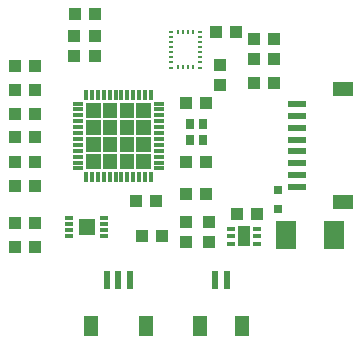
<source format=gbr>
G04 EAGLE Gerber RS-274X export*
G75*
%MOMM*%
%FSLAX34Y34*%
%LPD*%
%INSolderpaste Top*%
%IPPOS*%
%AMOC8*
5,1,8,0,0,1.08239X$1,22.5*%
G01*
%ADD10R,1.100000X1.000000*%
%ADD11R,1.000000X1.100000*%
%ADD12R,0.350000X0.230000*%
%ADD13R,0.230000X0.350000*%
%ADD14R,0.812800X0.304800*%
%ADD15R,0.304800X0.812800*%
%ADD16R,0.750000X0.850000*%
%ADD17R,1.000000X1.800000*%
%ADD18R,0.800000X0.400000*%
%ADD19R,1.360000X1.460000*%
%ADD20R,0.750000X0.300000*%
%ADD21R,0.600000X1.550000*%
%ADD22R,1.200000X1.800000*%
%ADD23R,1.800000X2.400000*%
%ADD24R,0.800000X0.800000*%
%ADD25R,1.550000X0.600000*%
%ADD26R,1.800000X1.200000*%

G36*
X101778Y189099D02*
X101778Y189099D01*
X101780Y189098D01*
X101823Y189118D01*
X101867Y189136D01*
X101867Y189138D01*
X101869Y189139D01*
X101902Y189224D01*
X101902Y201448D01*
X101901Y201450D01*
X101902Y201452D01*
X101882Y201495D01*
X101864Y201539D01*
X101862Y201539D01*
X101861Y201541D01*
X101776Y201574D01*
X89552Y201574D01*
X89550Y201573D01*
X89548Y201574D01*
X89505Y201554D01*
X89461Y201536D01*
X89461Y201534D01*
X89459Y201533D01*
X89426Y201448D01*
X89426Y189224D01*
X89427Y189222D01*
X89426Y189220D01*
X89446Y189177D01*
X89464Y189133D01*
X89466Y189133D01*
X89467Y189131D01*
X89552Y189098D01*
X101776Y189098D01*
X101778Y189099D01*
G37*
G36*
X144450Y189099D02*
X144450Y189099D01*
X144452Y189098D01*
X144495Y189118D01*
X144539Y189136D01*
X144539Y189138D01*
X144541Y189139D01*
X144574Y189224D01*
X144574Y201448D01*
X144573Y201450D01*
X144574Y201452D01*
X144554Y201495D01*
X144536Y201539D01*
X144534Y201539D01*
X144533Y201541D01*
X144448Y201574D01*
X132224Y201574D01*
X132222Y201573D01*
X132220Y201574D01*
X132177Y201554D01*
X132133Y201536D01*
X132133Y201534D01*
X132131Y201533D01*
X132098Y201448D01*
X132098Y189224D01*
X132099Y189222D01*
X132098Y189220D01*
X132118Y189177D01*
X132136Y189133D01*
X132138Y189133D01*
X132139Y189131D01*
X132224Y189098D01*
X144448Y189098D01*
X144450Y189099D01*
G37*
G36*
X130226Y189099D02*
X130226Y189099D01*
X130228Y189098D01*
X130271Y189118D01*
X130315Y189136D01*
X130315Y189138D01*
X130317Y189139D01*
X130350Y189224D01*
X130350Y201448D01*
X130349Y201450D01*
X130350Y201452D01*
X130330Y201495D01*
X130312Y201539D01*
X130310Y201539D01*
X130309Y201541D01*
X130224Y201574D01*
X118000Y201574D01*
X117998Y201573D01*
X117996Y201574D01*
X117953Y201554D01*
X117909Y201536D01*
X117909Y201534D01*
X117907Y201533D01*
X117874Y201448D01*
X117874Y189224D01*
X117875Y189222D01*
X117874Y189220D01*
X117894Y189177D01*
X117912Y189133D01*
X117914Y189133D01*
X117915Y189131D01*
X118000Y189098D01*
X130224Y189098D01*
X130226Y189099D01*
G37*
G36*
X116002Y189099D02*
X116002Y189099D01*
X116004Y189098D01*
X116047Y189118D01*
X116091Y189136D01*
X116091Y189138D01*
X116093Y189139D01*
X116126Y189224D01*
X116126Y201448D01*
X116125Y201450D01*
X116126Y201452D01*
X116106Y201495D01*
X116088Y201539D01*
X116086Y201539D01*
X116085Y201541D01*
X116000Y201574D01*
X103776Y201574D01*
X103774Y201573D01*
X103772Y201574D01*
X103729Y201554D01*
X103685Y201536D01*
X103685Y201534D01*
X103683Y201533D01*
X103650Y201448D01*
X103650Y189224D01*
X103651Y189222D01*
X103650Y189220D01*
X103670Y189177D01*
X103688Y189133D01*
X103690Y189133D01*
X103691Y189131D01*
X103776Y189098D01*
X116000Y189098D01*
X116002Y189099D01*
G37*
G36*
X116002Y174875D02*
X116002Y174875D01*
X116004Y174874D01*
X116047Y174894D01*
X116091Y174912D01*
X116091Y174914D01*
X116093Y174915D01*
X116126Y175000D01*
X116126Y187224D01*
X116125Y187226D01*
X116126Y187228D01*
X116106Y187271D01*
X116088Y187315D01*
X116086Y187315D01*
X116085Y187317D01*
X116000Y187350D01*
X103776Y187350D01*
X103774Y187349D01*
X103772Y187350D01*
X103729Y187330D01*
X103685Y187312D01*
X103685Y187310D01*
X103683Y187309D01*
X103650Y187224D01*
X103650Y175000D01*
X103651Y174998D01*
X103650Y174996D01*
X103670Y174953D01*
X103688Y174909D01*
X103690Y174909D01*
X103691Y174907D01*
X103776Y174874D01*
X116000Y174874D01*
X116002Y174875D01*
G37*
G36*
X130226Y174875D02*
X130226Y174875D01*
X130228Y174874D01*
X130271Y174894D01*
X130315Y174912D01*
X130315Y174914D01*
X130317Y174915D01*
X130350Y175000D01*
X130350Y187224D01*
X130349Y187226D01*
X130350Y187228D01*
X130330Y187271D01*
X130312Y187315D01*
X130310Y187315D01*
X130309Y187317D01*
X130224Y187350D01*
X118000Y187350D01*
X117998Y187349D01*
X117996Y187350D01*
X117953Y187330D01*
X117909Y187312D01*
X117909Y187310D01*
X117907Y187309D01*
X117874Y187224D01*
X117874Y175000D01*
X117875Y174998D01*
X117874Y174996D01*
X117894Y174953D01*
X117912Y174909D01*
X117914Y174909D01*
X117915Y174907D01*
X118000Y174874D01*
X130224Y174874D01*
X130226Y174875D01*
G37*
G36*
X144450Y174875D02*
X144450Y174875D01*
X144452Y174874D01*
X144495Y174894D01*
X144539Y174912D01*
X144539Y174914D01*
X144541Y174915D01*
X144574Y175000D01*
X144574Y187224D01*
X144573Y187226D01*
X144574Y187228D01*
X144554Y187271D01*
X144536Y187315D01*
X144534Y187315D01*
X144533Y187317D01*
X144448Y187350D01*
X132224Y187350D01*
X132222Y187349D01*
X132220Y187350D01*
X132177Y187330D01*
X132133Y187312D01*
X132133Y187310D01*
X132131Y187309D01*
X132098Y187224D01*
X132098Y175000D01*
X132099Y174998D01*
X132098Y174996D01*
X132118Y174953D01*
X132136Y174909D01*
X132138Y174909D01*
X132139Y174907D01*
X132224Y174874D01*
X144448Y174874D01*
X144450Y174875D01*
G37*
G36*
X101778Y174875D02*
X101778Y174875D01*
X101780Y174874D01*
X101823Y174894D01*
X101867Y174912D01*
X101867Y174914D01*
X101869Y174915D01*
X101902Y175000D01*
X101902Y187224D01*
X101901Y187226D01*
X101902Y187228D01*
X101882Y187271D01*
X101864Y187315D01*
X101862Y187315D01*
X101861Y187317D01*
X101776Y187350D01*
X89552Y187350D01*
X89550Y187349D01*
X89548Y187350D01*
X89505Y187330D01*
X89461Y187312D01*
X89461Y187310D01*
X89459Y187309D01*
X89426Y187224D01*
X89426Y175000D01*
X89427Y174998D01*
X89426Y174996D01*
X89446Y174953D01*
X89464Y174909D01*
X89466Y174909D01*
X89467Y174907D01*
X89552Y174874D01*
X101776Y174874D01*
X101778Y174875D01*
G37*
G36*
X116002Y160651D02*
X116002Y160651D01*
X116004Y160650D01*
X116047Y160670D01*
X116091Y160688D01*
X116091Y160690D01*
X116093Y160691D01*
X116126Y160776D01*
X116126Y173000D01*
X116125Y173002D01*
X116126Y173004D01*
X116106Y173047D01*
X116088Y173091D01*
X116086Y173091D01*
X116085Y173093D01*
X116000Y173126D01*
X103776Y173126D01*
X103774Y173125D01*
X103772Y173126D01*
X103729Y173106D01*
X103685Y173088D01*
X103685Y173086D01*
X103683Y173085D01*
X103650Y173000D01*
X103650Y160776D01*
X103651Y160774D01*
X103650Y160772D01*
X103670Y160729D01*
X103688Y160685D01*
X103690Y160685D01*
X103691Y160683D01*
X103776Y160650D01*
X116000Y160650D01*
X116002Y160651D01*
G37*
G36*
X101778Y160651D02*
X101778Y160651D01*
X101780Y160650D01*
X101823Y160670D01*
X101867Y160688D01*
X101867Y160690D01*
X101869Y160691D01*
X101902Y160776D01*
X101902Y173000D01*
X101901Y173002D01*
X101902Y173004D01*
X101882Y173047D01*
X101864Y173091D01*
X101862Y173091D01*
X101861Y173093D01*
X101776Y173126D01*
X89552Y173126D01*
X89550Y173125D01*
X89548Y173126D01*
X89505Y173106D01*
X89461Y173088D01*
X89461Y173086D01*
X89459Y173085D01*
X89426Y173000D01*
X89426Y160776D01*
X89427Y160774D01*
X89426Y160772D01*
X89446Y160729D01*
X89464Y160685D01*
X89466Y160685D01*
X89467Y160683D01*
X89552Y160650D01*
X101776Y160650D01*
X101778Y160651D01*
G37*
G36*
X130226Y160651D02*
X130226Y160651D01*
X130228Y160650D01*
X130271Y160670D01*
X130315Y160688D01*
X130315Y160690D01*
X130317Y160691D01*
X130350Y160776D01*
X130350Y173000D01*
X130349Y173002D01*
X130350Y173004D01*
X130330Y173047D01*
X130312Y173091D01*
X130310Y173091D01*
X130309Y173093D01*
X130224Y173126D01*
X118000Y173126D01*
X117998Y173125D01*
X117996Y173126D01*
X117953Y173106D01*
X117909Y173088D01*
X117909Y173086D01*
X117907Y173085D01*
X117874Y173000D01*
X117874Y160776D01*
X117875Y160774D01*
X117874Y160772D01*
X117894Y160729D01*
X117912Y160685D01*
X117914Y160685D01*
X117915Y160683D01*
X118000Y160650D01*
X130224Y160650D01*
X130226Y160651D01*
G37*
G36*
X144450Y160651D02*
X144450Y160651D01*
X144452Y160650D01*
X144495Y160670D01*
X144539Y160688D01*
X144539Y160690D01*
X144541Y160691D01*
X144574Y160776D01*
X144574Y173000D01*
X144573Y173002D01*
X144574Y173004D01*
X144554Y173047D01*
X144536Y173091D01*
X144534Y173091D01*
X144533Y173093D01*
X144448Y173126D01*
X132224Y173126D01*
X132222Y173125D01*
X132220Y173126D01*
X132177Y173106D01*
X132133Y173088D01*
X132133Y173086D01*
X132131Y173085D01*
X132098Y173000D01*
X132098Y160776D01*
X132099Y160774D01*
X132098Y160772D01*
X132118Y160729D01*
X132136Y160685D01*
X132138Y160685D01*
X132139Y160683D01*
X132224Y160650D01*
X144448Y160650D01*
X144450Y160651D01*
G37*
G36*
X130226Y146427D02*
X130226Y146427D01*
X130228Y146426D01*
X130271Y146446D01*
X130315Y146464D01*
X130315Y146466D01*
X130317Y146467D01*
X130350Y146552D01*
X130350Y158776D01*
X130349Y158778D01*
X130350Y158780D01*
X130330Y158823D01*
X130312Y158867D01*
X130310Y158867D01*
X130309Y158869D01*
X130224Y158902D01*
X118000Y158902D01*
X117998Y158901D01*
X117996Y158902D01*
X117953Y158882D01*
X117909Y158864D01*
X117909Y158862D01*
X117907Y158861D01*
X117874Y158776D01*
X117874Y146552D01*
X117875Y146550D01*
X117874Y146548D01*
X117894Y146505D01*
X117912Y146461D01*
X117914Y146461D01*
X117915Y146459D01*
X118000Y146426D01*
X130224Y146426D01*
X130226Y146427D01*
G37*
G36*
X101778Y146427D02*
X101778Y146427D01*
X101780Y146426D01*
X101823Y146446D01*
X101867Y146464D01*
X101867Y146466D01*
X101869Y146467D01*
X101902Y146552D01*
X101902Y158776D01*
X101901Y158778D01*
X101902Y158780D01*
X101882Y158823D01*
X101864Y158867D01*
X101862Y158867D01*
X101861Y158869D01*
X101776Y158902D01*
X89552Y158902D01*
X89550Y158901D01*
X89548Y158902D01*
X89505Y158882D01*
X89461Y158864D01*
X89461Y158862D01*
X89459Y158861D01*
X89426Y158776D01*
X89426Y146552D01*
X89427Y146550D01*
X89426Y146548D01*
X89446Y146505D01*
X89464Y146461D01*
X89466Y146461D01*
X89467Y146459D01*
X89552Y146426D01*
X101776Y146426D01*
X101778Y146427D01*
G37*
G36*
X116002Y146427D02*
X116002Y146427D01*
X116004Y146426D01*
X116047Y146446D01*
X116091Y146464D01*
X116091Y146466D01*
X116093Y146467D01*
X116126Y146552D01*
X116126Y158776D01*
X116125Y158778D01*
X116126Y158780D01*
X116106Y158823D01*
X116088Y158867D01*
X116086Y158867D01*
X116085Y158869D01*
X116000Y158902D01*
X103776Y158902D01*
X103774Y158901D01*
X103772Y158902D01*
X103729Y158882D01*
X103685Y158864D01*
X103685Y158862D01*
X103683Y158861D01*
X103650Y158776D01*
X103650Y146552D01*
X103651Y146550D01*
X103650Y146548D01*
X103670Y146505D01*
X103688Y146461D01*
X103690Y146461D01*
X103691Y146459D01*
X103776Y146426D01*
X116000Y146426D01*
X116002Y146427D01*
G37*
G36*
X144450Y146427D02*
X144450Y146427D01*
X144452Y146426D01*
X144495Y146446D01*
X144539Y146464D01*
X144539Y146466D01*
X144541Y146467D01*
X144574Y146552D01*
X144574Y158776D01*
X144573Y158778D01*
X144574Y158780D01*
X144554Y158823D01*
X144536Y158867D01*
X144534Y158867D01*
X144533Y158869D01*
X144448Y158902D01*
X132224Y158902D01*
X132222Y158901D01*
X132220Y158902D01*
X132177Y158882D01*
X132133Y158864D01*
X132133Y158862D01*
X132131Y158861D01*
X132098Y158776D01*
X132098Y146552D01*
X132099Y146550D01*
X132098Y146548D01*
X132118Y146505D01*
X132136Y146461D01*
X132138Y146461D01*
X132139Y146459D01*
X132224Y146426D01*
X144448Y146426D01*
X144450Y146427D01*
G37*
D10*
X248500Y256000D03*
X231500Y256000D03*
X46500Y152000D03*
X29500Y152000D03*
X148500Y119000D03*
X131500Y119000D03*
X46500Y132000D03*
X29500Y132000D03*
X46500Y233000D03*
X29500Y233000D03*
D11*
X97000Y241500D03*
X97000Y258500D03*
D10*
X80500Y277000D03*
X97500Y277000D03*
X231500Y219000D03*
X248500Y219000D03*
X231500Y239000D03*
X248500Y239000D03*
D11*
X203000Y217500D03*
X203000Y234500D03*
D10*
X216500Y262000D03*
X199500Y262000D03*
X46500Y193000D03*
X29500Y193000D03*
X46500Y213000D03*
X29500Y213000D03*
X46500Y173000D03*
X29500Y173000D03*
D11*
X79300Y258900D03*
X79300Y241900D03*
D12*
X186250Y262050D03*
D13*
X180450Y261750D03*
X176150Y261750D03*
X171850Y261750D03*
X167550Y261750D03*
D12*
X161750Y262050D03*
X161750Y257750D03*
X161750Y253450D03*
X161750Y249150D03*
X161750Y244850D03*
X161750Y240550D03*
X161750Y236250D03*
X161750Y231950D03*
D13*
X167550Y232250D03*
X171850Y232250D03*
X176150Y232250D03*
X180450Y232250D03*
D12*
X186250Y231950D03*
X186250Y236250D03*
X186250Y240550D03*
X186250Y244850D03*
X186250Y249150D03*
X186250Y253450D03*
X186250Y257750D03*
D14*
X151544Y146500D03*
X151544Y151500D03*
X151544Y156500D03*
X151544Y161500D03*
X151544Y166500D03*
X151544Y171500D03*
X151544Y176500D03*
X151544Y181500D03*
X151544Y186500D03*
X151544Y191500D03*
X151544Y196500D03*
X151544Y201500D03*
D15*
X144500Y208544D03*
X139500Y208544D03*
X134500Y208544D03*
X129500Y208544D03*
X124500Y208544D03*
X119500Y208544D03*
X114500Y208544D03*
X109500Y208544D03*
X104500Y208544D03*
X99500Y208544D03*
X94500Y208544D03*
X89500Y208544D03*
D14*
X82456Y201500D03*
X82456Y196500D03*
X82456Y191500D03*
X82456Y186500D03*
X82456Y181500D03*
X82456Y176500D03*
X82456Y171500D03*
X82456Y166500D03*
X82456Y161500D03*
X82456Y156500D03*
X82456Y151500D03*
X82456Y146500D03*
D15*
X89500Y139456D03*
X94500Y139456D03*
X99500Y139456D03*
X104500Y139456D03*
X109500Y139456D03*
X114500Y139456D03*
X119500Y139456D03*
X124500Y139456D03*
X129500Y139456D03*
X134500Y139456D03*
X139500Y139456D03*
X144500Y139456D03*
D16*
X177750Y183750D03*
X177750Y170250D03*
X188250Y170250D03*
X188250Y183750D03*
D10*
X191500Y152000D03*
X174500Y152000D03*
X174500Y202000D03*
X191500Y202000D03*
X174500Y125000D03*
X191500Y125000D03*
D17*
X223000Y89000D03*
D18*
X234000Y95500D03*
X234000Y89000D03*
X234000Y82500D03*
X212000Y82500D03*
X212000Y89000D03*
X212000Y95500D03*
D10*
X234500Y108000D03*
X217500Y108000D03*
D11*
X174000Y84500D03*
X174000Y101500D03*
X194000Y101500D03*
X194000Y84500D03*
D19*
X90000Y97000D03*
D20*
X75000Y89500D03*
X75000Y94500D03*
X75000Y99500D03*
X75000Y104500D03*
X105000Y104500D03*
X105000Y99500D03*
X105000Y94500D03*
X105000Y89500D03*
D10*
X46500Y80000D03*
X29500Y80000D03*
X46500Y100000D03*
X29500Y100000D03*
D21*
X117000Y52000D03*
X127000Y52000D03*
D22*
X140000Y13000D03*
X94000Y13000D03*
D21*
X107000Y52000D03*
D23*
X258750Y90000D03*
X299250Y90000D03*
D11*
X136500Y89000D03*
X153500Y89000D03*
D24*
X252000Y112000D03*
X252000Y128000D03*
D21*
X199000Y52000D03*
X209000Y52000D03*
D22*
X222000Y13000D03*
X186000Y13000D03*
D25*
X268250Y131000D03*
X268250Y141000D03*
X268250Y151000D03*
X268250Y161000D03*
X268250Y171000D03*
X268250Y181000D03*
X268250Y191000D03*
X268250Y201000D03*
D26*
X307000Y118000D03*
X307000Y214000D03*
M02*

</source>
